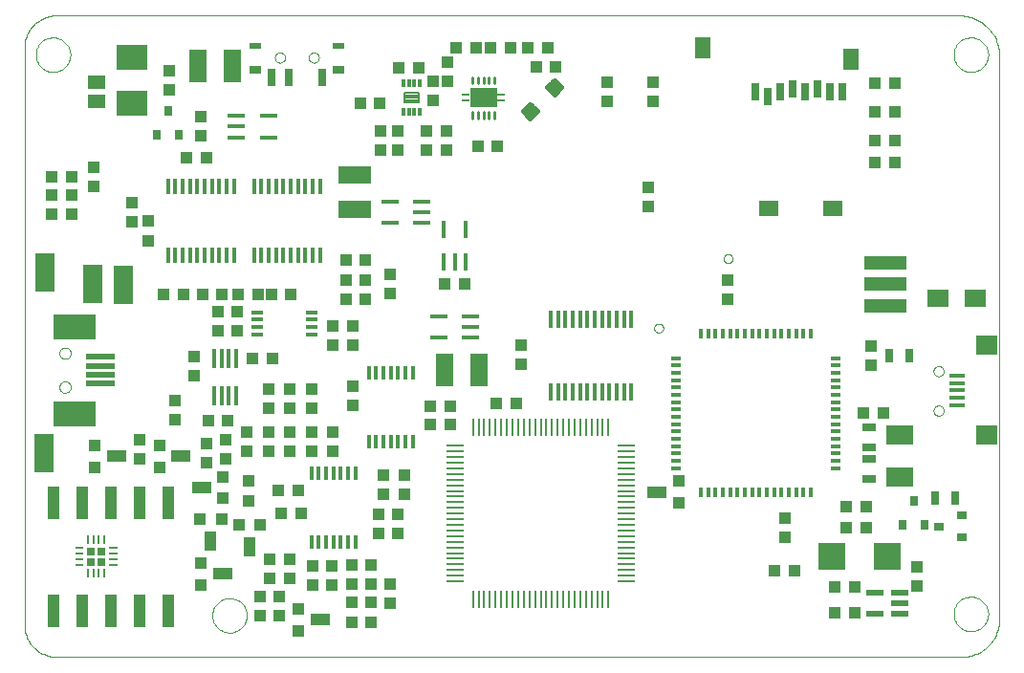
<source format=gtp>
G75*
%MOIN*%
%OFA0B0*%
%FSLAX24Y24*%
%IPPOS*%
%LPD*%
%AMOC8*
5,1,8,0,0,1.08239X$1,22.5*
%
%ADD10C,0.0000*%
%ADD11R,0.0354X0.0157*%
%ADD12R,0.0157X0.0354*%
%ADD13R,0.0984X0.0217*%
%ADD14R,0.1496X0.0906*%
%ADD15R,0.0142X0.0551*%
%ADD16R,0.0394X0.0433*%
%ADD17R,0.0433X0.0394*%
%ADD18R,0.0700X0.1350*%
%ADD19R,0.0142X0.0512*%
%ADD20R,0.0400X0.0400*%
%ADD21R,0.0400X0.0700*%
%ADD22R,0.0700X0.0400*%
%ADD23R,0.0128X0.0709*%
%ADD24R,0.0402X0.0161*%
%ADD25R,0.0394X0.1181*%
%ADD26R,0.0945X0.0945*%
%ADD27R,0.0591X0.0197*%
%ADD28R,0.0118X0.0591*%
%ADD29R,0.0591X0.0157*%
%ADD30R,0.0591X0.0512*%
%ADD31R,0.1142X0.0591*%
%ADD32R,0.0591X0.1142*%
%ADD33R,0.0630X0.0106*%
%ADD34R,0.0106X0.0630*%
%ADD35R,0.0354X0.0315*%
%ADD36R,0.0315X0.0354*%
%ADD37R,0.0315X0.0472*%
%ADD38R,0.0472X0.0315*%
%ADD39R,0.0748X0.0630*%
%ADD40R,0.1100X0.0900*%
%ADD41R,0.0945X0.0669*%
%ADD42R,0.0315X0.0591*%
%ADD43R,0.0709X0.0551*%
%ADD44R,0.0551X0.0748*%
%ADD45R,0.0157X0.0591*%
%ADD46C,0.0110*%
%ADD47R,0.0945X0.0650*%
%ADD48R,0.0276X0.0110*%
%ADD49C,0.0154*%
%ADD50R,0.1500X0.0500*%
%ADD51R,0.0276X0.0591*%
%ADD52R,0.0394X0.0236*%
%ADD53R,0.0394X0.0315*%
%ADD54R,0.0118X0.0256*%
%ADD55C,0.0083*%
%ADD56C,0.0098*%
%ADD57R,0.0276X0.0276*%
%ADD58R,0.0256X0.0098*%
%ADD59R,0.0098X0.0256*%
%ADD60R,0.0551X0.0138*%
%ADD61R,0.0748X0.0709*%
D10*
X001624Y000205D02*
X033178Y000205D01*
X033249Y000207D01*
X033320Y000213D01*
X033391Y000222D01*
X033460Y000236D01*
X033530Y000253D01*
X033598Y000274D01*
X033664Y000298D01*
X033730Y000326D01*
X033793Y000358D01*
X033855Y000393D01*
X033915Y000431D01*
X033973Y000473D01*
X034029Y000518D01*
X034082Y000565D01*
X034132Y000615D01*
X034179Y000668D01*
X034224Y000724D01*
X034266Y000782D01*
X034304Y000842D01*
X034339Y000904D01*
X034371Y000967D01*
X034399Y001033D01*
X034423Y001099D01*
X034444Y001167D01*
X034461Y001237D01*
X034475Y001306D01*
X034484Y001377D01*
X034490Y001448D01*
X034492Y001519D01*
X034492Y021156D01*
X032900Y021205D02*
X032902Y021254D01*
X032908Y021302D01*
X032918Y021350D01*
X032932Y021397D01*
X032949Y021443D01*
X032970Y021487D01*
X032995Y021529D01*
X033023Y021569D01*
X033055Y021607D01*
X033089Y021642D01*
X033126Y021674D01*
X033165Y021703D01*
X033207Y021729D01*
X033251Y021751D01*
X033296Y021769D01*
X033343Y021784D01*
X033390Y021795D01*
X033439Y021802D01*
X033488Y021805D01*
X033537Y021804D01*
X033585Y021799D01*
X033634Y021790D01*
X033681Y021777D01*
X033727Y021760D01*
X033771Y021740D01*
X033814Y021716D01*
X033855Y021689D01*
X033893Y021658D01*
X033929Y021625D01*
X033961Y021589D01*
X033991Y021550D01*
X034018Y021509D01*
X034041Y021465D01*
X034060Y021420D01*
X034076Y021374D01*
X034088Y021327D01*
X034096Y021278D01*
X034100Y021229D01*
X034100Y021181D01*
X034096Y021132D01*
X034088Y021083D01*
X034076Y021036D01*
X034060Y020990D01*
X034041Y020945D01*
X034018Y020901D01*
X033991Y020860D01*
X033961Y020821D01*
X033929Y020785D01*
X033893Y020752D01*
X033855Y020721D01*
X033814Y020694D01*
X033771Y020670D01*
X033727Y020650D01*
X033681Y020633D01*
X033634Y020620D01*
X033585Y020611D01*
X033537Y020606D01*
X033488Y020605D01*
X033439Y020608D01*
X033390Y020615D01*
X033343Y020626D01*
X033296Y020641D01*
X033251Y020659D01*
X033207Y020681D01*
X033165Y020707D01*
X033126Y020736D01*
X033089Y020768D01*
X033055Y020803D01*
X033023Y020841D01*
X032995Y020881D01*
X032970Y020923D01*
X032949Y020967D01*
X032932Y021013D01*
X032918Y021060D01*
X032908Y021108D01*
X032902Y021156D01*
X032900Y021205D01*
X033073Y022575D02*
X033147Y022573D01*
X033221Y022567D01*
X033295Y022558D01*
X033368Y022544D01*
X033440Y022527D01*
X033511Y022506D01*
X033582Y022481D01*
X033650Y022452D01*
X033717Y022420D01*
X033783Y022385D01*
X033846Y022346D01*
X033907Y022304D01*
X033966Y022259D01*
X034022Y022211D01*
X034076Y022159D01*
X034128Y022105D01*
X034176Y022049D01*
X034221Y021990D01*
X034263Y021929D01*
X034302Y021866D01*
X034337Y021800D01*
X034369Y021733D01*
X034398Y021665D01*
X034423Y021594D01*
X034444Y021523D01*
X034461Y021451D01*
X034475Y021378D01*
X034484Y021304D01*
X034490Y021230D01*
X034492Y021156D01*
X033073Y022575D02*
X001617Y022575D01*
X001552Y022573D01*
X001487Y022567D01*
X001423Y022558D01*
X001359Y022545D01*
X001297Y022528D01*
X001235Y022508D01*
X001175Y022484D01*
X001116Y022456D01*
X001059Y022425D01*
X001003Y022391D01*
X000950Y022354D01*
X000899Y022314D01*
X000850Y022270D01*
X000805Y022225D01*
X000761Y022176D01*
X000721Y022125D01*
X000684Y022072D01*
X000650Y022017D01*
X000619Y021959D01*
X000591Y021900D01*
X000567Y021840D01*
X000547Y021778D01*
X000530Y021716D01*
X000517Y021652D01*
X000508Y021588D01*
X000502Y021523D01*
X000500Y021458D01*
X000500Y001329D01*
X000502Y001264D01*
X000508Y001199D01*
X000517Y001134D01*
X000530Y001070D01*
X000547Y001007D01*
X000568Y000945D01*
X000592Y000884D01*
X000620Y000825D01*
X000651Y000767D01*
X000685Y000711D01*
X000722Y000658D01*
X000763Y000607D01*
X000806Y000558D01*
X000853Y000511D01*
X000902Y000468D01*
X000953Y000427D01*
X001006Y000390D01*
X001062Y000356D01*
X001120Y000325D01*
X001179Y000297D01*
X001240Y000273D01*
X001302Y000252D01*
X001365Y000235D01*
X001429Y000222D01*
X001494Y000213D01*
X001559Y000207D01*
X001624Y000205D01*
X007050Y001655D02*
X007052Y001704D01*
X007058Y001752D01*
X007068Y001800D01*
X007082Y001847D01*
X007099Y001893D01*
X007120Y001937D01*
X007145Y001979D01*
X007173Y002019D01*
X007205Y002057D01*
X007239Y002092D01*
X007276Y002124D01*
X007315Y002153D01*
X007357Y002179D01*
X007401Y002201D01*
X007446Y002219D01*
X007493Y002234D01*
X007540Y002245D01*
X007589Y002252D01*
X007638Y002255D01*
X007687Y002254D01*
X007735Y002249D01*
X007784Y002240D01*
X007831Y002227D01*
X007877Y002210D01*
X007921Y002190D01*
X007964Y002166D01*
X008005Y002139D01*
X008043Y002108D01*
X008079Y002075D01*
X008111Y002039D01*
X008141Y002000D01*
X008168Y001959D01*
X008191Y001915D01*
X008210Y001870D01*
X008226Y001824D01*
X008238Y001777D01*
X008246Y001728D01*
X008250Y001679D01*
X008250Y001631D01*
X008246Y001582D01*
X008238Y001533D01*
X008226Y001486D01*
X008210Y001440D01*
X008191Y001395D01*
X008168Y001351D01*
X008141Y001310D01*
X008111Y001271D01*
X008079Y001235D01*
X008043Y001202D01*
X008005Y001171D01*
X007964Y001144D01*
X007921Y001120D01*
X007877Y001100D01*
X007831Y001083D01*
X007784Y001070D01*
X007735Y001061D01*
X007687Y001056D01*
X007638Y001055D01*
X007589Y001058D01*
X007540Y001065D01*
X007493Y001076D01*
X007446Y001091D01*
X007401Y001109D01*
X007357Y001131D01*
X007315Y001157D01*
X007276Y001186D01*
X007239Y001218D01*
X007205Y001253D01*
X007173Y001291D01*
X007145Y001331D01*
X007120Y001373D01*
X007099Y001417D01*
X007082Y001463D01*
X007068Y001510D01*
X007058Y001558D01*
X007052Y001606D01*
X007050Y001655D01*
X001720Y009614D02*
X001722Y009641D01*
X001728Y009668D01*
X001737Y009694D01*
X001750Y009718D01*
X001766Y009741D01*
X001785Y009760D01*
X001807Y009777D01*
X001831Y009791D01*
X001856Y009801D01*
X001883Y009808D01*
X001910Y009811D01*
X001938Y009810D01*
X001965Y009805D01*
X001991Y009797D01*
X002015Y009785D01*
X002038Y009769D01*
X002059Y009751D01*
X002076Y009730D01*
X002091Y009706D01*
X002102Y009681D01*
X002110Y009655D01*
X002114Y009628D01*
X002114Y009600D01*
X002110Y009573D01*
X002102Y009547D01*
X002091Y009522D01*
X002076Y009498D01*
X002059Y009477D01*
X002038Y009459D01*
X002016Y009443D01*
X001991Y009431D01*
X001965Y009423D01*
X001938Y009418D01*
X001910Y009417D01*
X001883Y009420D01*
X001856Y009427D01*
X001831Y009437D01*
X001807Y009451D01*
X001785Y009468D01*
X001766Y009487D01*
X001750Y009510D01*
X001737Y009534D01*
X001728Y009560D01*
X001722Y009587D01*
X001720Y009614D01*
X001720Y010796D02*
X001722Y010823D01*
X001728Y010850D01*
X001737Y010876D01*
X001750Y010900D01*
X001766Y010923D01*
X001785Y010942D01*
X001807Y010959D01*
X001831Y010973D01*
X001856Y010983D01*
X001883Y010990D01*
X001910Y010993D01*
X001938Y010992D01*
X001965Y010987D01*
X001991Y010979D01*
X002015Y010967D01*
X002038Y010951D01*
X002059Y010933D01*
X002076Y010912D01*
X002091Y010888D01*
X002102Y010863D01*
X002110Y010837D01*
X002114Y010810D01*
X002114Y010782D01*
X002110Y010755D01*
X002102Y010729D01*
X002091Y010704D01*
X002076Y010680D01*
X002059Y010659D01*
X002038Y010641D01*
X002016Y010625D01*
X001991Y010613D01*
X001965Y010605D01*
X001938Y010600D01*
X001910Y010599D01*
X001883Y010602D01*
X001856Y010609D01*
X001831Y010619D01*
X001807Y010633D01*
X001785Y010650D01*
X001766Y010669D01*
X001750Y010692D01*
X001737Y010716D01*
X001728Y010742D01*
X001722Y010769D01*
X001720Y010796D01*
X000900Y021205D02*
X000902Y021254D01*
X000908Y021302D01*
X000918Y021350D01*
X000932Y021397D01*
X000949Y021443D01*
X000970Y021487D01*
X000995Y021529D01*
X001023Y021569D01*
X001055Y021607D01*
X001089Y021642D01*
X001126Y021674D01*
X001165Y021703D01*
X001207Y021729D01*
X001251Y021751D01*
X001296Y021769D01*
X001343Y021784D01*
X001390Y021795D01*
X001439Y021802D01*
X001488Y021805D01*
X001537Y021804D01*
X001585Y021799D01*
X001634Y021790D01*
X001681Y021777D01*
X001727Y021760D01*
X001771Y021740D01*
X001814Y021716D01*
X001855Y021689D01*
X001893Y021658D01*
X001929Y021625D01*
X001961Y021589D01*
X001991Y021550D01*
X002018Y021509D01*
X002041Y021465D01*
X002060Y021420D01*
X002076Y021374D01*
X002088Y021327D01*
X002096Y021278D01*
X002100Y021229D01*
X002100Y021181D01*
X002096Y021132D01*
X002088Y021083D01*
X002076Y021036D01*
X002060Y020990D01*
X002041Y020945D01*
X002018Y020901D01*
X001991Y020860D01*
X001961Y020821D01*
X001929Y020785D01*
X001893Y020752D01*
X001855Y020721D01*
X001814Y020694D01*
X001771Y020670D01*
X001727Y020650D01*
X001681Y020633D01*
X001634Y020620D01*
X001585Y020611D01*
X001537Y020606D01*
X001488Y020605D01*
X001439Y020608D01*
X001390Y020615D01*
X001343Y020626D01*
X001296Y020641D01*
X001251Y020659D01*
X001207Y020681D01*
X001165Y020707D01*
X001126Y020736D01*
X001089Y020768D01*
X001055Y020803D01*
X001023Y020841D01*
X000995Y020881D01*
X000970Y020923D01*
X000949Y020967D01*
X000932Y021013D01*
X000918Y021060D01*
X000908Y021108D01*
X000902Y021156D01*
X000900Y021205D01*
X009232Y021105D02*
X009234Y021131D01*
X009240Y021157D01*
X009250Y021182D01*
X009263Y021205D01*
X009279Y021225D01*
X009299Y021243D01*
X009321Y021258D01*
X009344Y021270D01*
X009370Y021278D01*
X009396Y021282D01*
X009422Y021282D01*
X009448Y021278D01*
X009474Y021270D01*
X009498Y021258D01*
X009519Y021243D01*
X009539Y021225D01*
X009555Y021205D01*
X009568Y021182D01*
X009578Y021157D01*
X009584Y021131D01*
X009586Y021105D01*
X009584Y021079D01*
X009578Y021053D01*
X009568Y021028D01*
X009555Y021005D01*
X009539Y020985D01*
X009519Y020967D01*
X009497Y020952D01*
X009474Y020940D01*
X009448Y020932D01*
X009422Y020928D01*
X009396Y020928D01*
X009370Y020932D01*
X009344Y020940D01*
X009320Y020952D01*
X009299Y020967D01*
X009279Y020985D01*
X009263Y021005D01*
X009250Y021028D01*
X009240Y021053D01*
X009234Y021079D01*
X009232Y021105D01*
X010414Y021105D02*
X010416Y021131D01*
X010422Y021157D01*
X010432Y021182D01*
X010445Y021205D01*
X010461Y021225D01*
X010481Y021243D01*
X010503Y021258D01*
X010526Y021270D01*
X010552Y021278D01*
X010578Y021282D01*
X010604Y021282D01*
X010630Y021278D01*
X010656Y021270D01*
X010680Y021258D01*
X010701Y021243D01*
X010721Y021225D01*
X010737Y021205D01*
X010750Y021182D01*
X010760Y021157D01*
X010766Y021131D01*
X010768Y021105D01*
X010766Y021079D01*
X010760Y021053D01*
X010750Y021028D01*
X010737Y021005D01*
X010721Y020985D01*
X010701Y020967D01*
X010679Y020952D01*
X010656Y020940D01*
X010630Y020932D01*
X010604Y020928D01*
X010578Y020928D01*
X010552Y020932D01*
X010526Y020940D01*
X010502Y020952D01*
X010481Y020967D01*
X010461Y020985D01*
X010445Y021005D01*
X010432Y021028D01*
X010422Y021053D01*
X010416Y021079D01*
X010414Y021105D01*
X024877Y014091D02*
X024879Y014116D01*
X024885Y014140D01*
X024894Y014162D01*
X024907Y014183D01*
X024923Y014202D01*
X024942Y014218D01*
X024963Y014231D01*
X024985Y014240D01*
X025009Y014246D01*
X025034Y014248D01*
X025059Y014246D01*
X025083Y014240D01*
X025105Y014231D01*
X025126Y014218D01*
X025145Y014202D01*
X025161Y014183D01*
X025174Y014162D01*
X025183Y014140D01*
X025189Y014116D01*
X025191Y014091D01*
X025189Y014066D01*
X025183Y014042D01*
X025174Y014020D01*
X025161Y013999D01*
X025145Y013980D01*
X025126Y013964D01*
X025105Y013951D01*
X025083Y013942D01*
X025059Y013936D01*
X025034Y013934D01*
X025009Y013936D01*
X024985Y013942D01*
X024963Y013951D01*
X024942Y013964D01*
X024923Y013980D01*
X024907Y013999D01*
X024894Y014020D01*
X024885Y014042D01*
X024879Y014066D01*
X024877Y014091D01*
X022457Y011671D02*
X022459Y011696D01*
X022465Y011720D01*
X022474Y011742D01*
X022487Y011763D01*
X022503Y011782D01*
X022522Y011798D01*
X022543Y011811D01*
X022565Y011820D01*
X022589Y011826D01*
X022614Y011828D01*
X022639Y011826D01*
X022663Y011820D01*
X022685Y011811D01*
X022706Y011798D01*
X022725Y011782D01*
X022741Y011763D01*
X022754Y011742D01*
X022763Y011720D01*
X022769Y011696D01*
X022771Y011671D01*
X022769Y011646D01*
X022763Y011622D01*
X022754Y011600D01*
X022741Y011579D01*
X022725Y011560D01*
X022706Y011544D01*
X022685Y011531D01*
X022663Y011522D01*
X022639Y011516D01*
X022614Y011514D01*
X022589Y011516D01*
X022565Y011522D01*
X022543Y011531D01*
X022522Y011544D01*
X022503Y011560D01*
X022487Y011579D01*
X022474Y011600D01*
X022465Y011622D01*
X022459Y011646D01*
X022457Y011671D01*
X032193Y010172D02*
X032195Y010198D01*
X032201Y010224D01*
X032211Y010249D01*
X032224Y010272D01*
X032240Y010292D01*
X032260Y010310D01*
X032282Y010325D01*
X032305Y010337D01*
X032331Y010345D01*
X032357Y010349D01*
X032383Y010349D01*
X032409Y010345D01*
X032435Y010337D01*
X032459Y010325D01*
X032480Y010310D01*
X032500Y010292D01*
X032516Y010272D01*
X032529Y010249D01*
X032539Y010224D01*
X032545Y010198D01*
X032547Y010172D01*
X032545Y010146D01*
X032539Y010120D01*
X032529Y010095D01*
X032516Y010072D01*
X032500Y010052D01*
X032480Y010034D01*
X032458Y010019D01*
X032435Y010007D01*
X032409Y009999D01*
X032383Y009995D01*
X032357Y009995D01*
X032331Y009999D01*
X032305Y010007D01*
X032281Y010019D01*
X032260Y010034D01*
X032240Y010052D01*
X032224Y010072D01*
X032211Y010095D01*
X032201Y010120D01*
X032195Y010146D01*
X032193Y010172D01*
X032193Y008794D02*
X032195Y008820D01*
X032201Y008846D01*
X032211Y008871D01*
X032224Y008894D01*
X032240Y008914D01*
X032260Y008932D01*
X032282Y008947D01*
X032305Y008959D01*
X032331Y008967D01*
X032357Y008971D01*
X032383Y008971D01*
X032409Y008967D01*
X032435Y008959D01*
X032459Y008947D01*
X032480Y008932D01*
X032500Y008914D01*
X032516Y008894D01*
X032529Y008871D01*
X032539Y008846D01*
X032545Y008820D01*
X032547Y008794D01*
X032545Y008768D01*
X032539Y008742D01*
X032529Y008717D01*
X032516Y008694D01*
X032500Y008674D01*
X032480Y008656D01*
X032458Y008641D01*
X032435Y008629D01*
X032409Y008621D01*
X032383Y008617D01*
X032357Y008617D01*
X032331Y008621D01*
X032305Y008629D01*
X032281Y008641D01*
X032260Y008656D01*
X032240Y008674D01*
X032224Y008694D01*
X032211Y008717D01*
X032201Y008742D01*
X032195Y008768D01*
X032193Y008794D01*
X032900Y001705D02*
X032902Y001754D01*
X032908Y001802D01*
X032918Y001850D01*
X032932Y001897D01*
X032949Y001943D01*
X032970Y001987D01*
X032995Y002029D01*
X033023Y002069D01*
X033055Y002107D01*
X033089Y002142D01*
X033126Y002174D01*
X033165Y002203D01*
X033207Y002229D01*
X033251Y002251D01*
X033296Y002269D01*
X033343Y002284D01*
X033390Y002295D01*
X033439Y002302D01*
X033488Y002305D01*
X033537Y002304D01*
X033585Y002299D01*
X033634Y002290D01*
X033681Y002277D01*
X033727Y002260D01*
X033771Y002240D01*
X033814Y002216D01*
X033855Y002189D01*
X033893Y002158D01*
X033929Y002125D01*
X033961Y002089D01*
X033991Y002050D01*
X034018Y002009D01*
X034041Y001965D01*
X034060Y001920D01*
X034076Y001874D01*
X034088Y001827D01*
X034096Y001778D01*
X034100Y001729D01*
X034100Y001681D01*
X034096Y001632D01*
X034088Y001583D01*
X034076Y001536D01*
X034060Y001490D01*
X034041Y001445D01*
X034018Y001401D01*
X033991Y001360D01*
X033961Y001321D01*
X033929Y001285D01*
X033893Y001252D01*
X033855Y001221D01*
X033814Y001194D01*
X033771Y001170D01*
X033727Y001150D01*
X033681Y001133D01*
X033634Y001120D01*
X033585Y001111D01*
X033537Y001106D01*
X033488Y001105D01*
X033439Y001108D01*
X033390Y001115D01*
X033343Y001126D01*
X033296Y001141D01*
X033251Y001159D01*
X033207Y001181D01*
X033165Y001207D01*
X033126Y001236D01*
X033089Y001268D01*
X033055Y001303D01*
X033023Y001341D01*
X032995Y001381D01*
X032970Y001423D01*
X032949Y001467D01*
X032932Y001513D01*
X032918Y001560D01*
X032908Y001608D01*
X032902Y001656D01*
X032900Y001705D01*
D11*
X028776Y006786D03*
X028776Y007042D03*
X028776Y007298D03*
X028776Y007553D03*
X028776Y007809D03*
X028776Y008065D03*
X028776Y008321D03*
X028776Y008577D03*
X028776Y008833D03*
X028776Y009089D03*
X028776Y009345D03*
X028776Y009601D03*
X028776Y009857D03*
X028776Y010112D03*
X028776Y010368D03*
X028776Y010624D03*
X023224Y010624D03*
X023224Y010368D03*
X023224Y010112D03*
X023224Y009857D03*
X023224Y009601D03*
X023224Y009345D03*
X023224Y009089D03*
X023224Y008833D03*
X023224Y008577D03*
X023224Y008321D03*
X023224Y008065D03*
X023224Y007809D03*
X023224Y007553D03*
X023224Y007298D03*
X023224Y007042D03*
X023224Y006786D03*
D12*
X024081Y005929D03*
X024337Y005929D03*
X024593Y005929D03*
X024848Y005929D03*
X025104Y005929D03*
X025360Y005929D03*
X025616Y005929D03*
X025872Y005929D03*
X026128Y005929D03*
X026384Y005929D03*
X026640Y005929D03*
X026896Y005929D03*
X027152Y005929D03*
X027407Y005929D03*
X027663Y005929D03*
X027919Y005929D03*
X027919Y011481D03*
X027663Y011481D03*
X027407Y011481D03*
X027152Y011481D03*
X026896Y011481D03*
X026640Y011481D03*
X026384Y011481D03*
X026128Y011481D03*
X025872Y011481D03*
X025616Y011481D03*
X025360Y011481D03*
X025104Y011481D03*
X024848Y011481D03*
X024593Y011481D03*
X024337Y011481D03*
X024081Y011481D03*
D13*
X003157Y010677D03*
X003157Y010362D03*
X003157Y010048D03*
X003157Y009733D03*
D14*
X002252Y008689D03*
X002252Y011721D03*
D15*
X005500Y014205D03*
X005756Y014205D03*
X006012Y014205D03*
X006268Y014205D03*
X006524Y014205D03*
X006780Y014205D03*
X007035Y014205D03*
X007291Y014205D03*
X007547Y014205D03*
X007803Y014205D03*
X008500Y014205D03*
X008756Y014205D03*
X009012Y014205D03*
X009268Y014205D03*
X009524Y014205D03*
X009780Y014205D03*
X010035Y014205D03*
X010291Y014205D03*
X010547Y014205D03*
X010803Y014205D03*
X010803Y016605D03*
X010547Y016605D03*
X010291Y016605D03*
X010035Y016605D03*
X009780Y016605D03*
X009524Y016605D03*
X009268Y016605D03*
X009012Y016605D03*
X008756Y016605D03*
X008500Y016605D03*
X007803Y016605D03*
X007547Y016605D03*
X007291Y016605D03*
X007035Y016605D03*
X006780Y016605D03*
X006524Y016605D03*
X006268Y016605D03*
X006012Y016605D03*
X005756Y016605D03*
X005500Y016605D03*
D16*
X006165Y017605D03*
X006835Y017605D03*
X002135Y016955D03*
X001465Y016955D03*
X001465Y016305D03*
X002135Y016305D03*
X002135Y015655D03*
X001465Y015655D03*
X005365Y012855D03*
X006035Y012855D03*
X006715Y012855D03*
X007385Y012855D03*
X007965Y012855D03*
X008635Y012855D03*
X009115Y012855D03*
X009785Y012855D03*
X011713Y012690D03*
X012382Y012690D03*
X012385Y013355D03*
X011715Y013355D03*
X011715Y014055D03*
X012385Y014055D03*
X015165Y013205D03*
X015835Y013205D03*
X015335Y008955D03*
X014665Y008955D03*
X014665Y008305D03*
X015335Y008305D03*
X016965Y009055D03*
X017635Y009055D03*
X010035Y006005D03*
X009365Y006005D03*
X009465Y005205D03*
X010135Y005205D03*
X009735Y003605D03*
X009065Y003605D03*
X009065Y002955D03*
X009735Y002955D03*
X009385Y002305D03*
X008715Y002305D03*
X008715Y001655D03*
X009385Y001655D03*
X011915Y001405D03*
X012585Y001405D03*
X012585Y002105D03*
X011915Y002105D03*
X011915Y002755D03*
X011915Y003405D03*
X012585Y003405D03*
X012585Y002755D03*
X007585Y008455D03*
X006915Y008455D03*
X008465Y010605D03*
X009135Y010605D03*
X012900Y017870D03*
X012900Y018540D03*
X014750Y019620D03*
X014750Y020290D03*
X014235Y020755D03*
X013565Y020755D03*
X015200Y018540D03*
X015200Y017870D03*
X016765Y021455D03*
X017435Y021455D03*
X018065Y021455D03*
X018735Y021455D03*
X030165Y020205D03*
X030835Y020205D03*
X030835Y019205D03*
X030165Y019205D03*
X030165Y018205D03*
X030835Y018205D03*
X030835Y017455D03*
X030165Y017455D03*
X030000Y011040D03*
X030000Y010370D03*
X029765Y008705D03*
X030435Y008705D03*
X029835Y005455D03*
X029165Y005455D03*
X029165Y004705D03*
X029835Y004705D03*
X027335Y003205D03*
X026665Y003205D03*
X028765Y002655D03*
X029435Y002655D03*
X029435Y001755D03*
X028765Y001755D03*
D17*
X031600Y002670D03*
X031600Y003340D03*
X027000Y004370D03*
X027000Y005040D03*
X017800Y010420D03*
X017800Y011090D03*
X013250Y012870D03*
X013250Y013540D03*
X011953Y011743D03*
X011250Y011740D03*
X011250Y011070D03*
X011953Y011074D03*
X011950Y009640D03*
X011950Y008970D03*
X011250Y008040D03*
X010500Y008040D03*
X009750Y008040D03*
X009000Y008040D03*
X008250Y008040D03*
X007500Y007790D03*
X006850Y007640D03*
X007500Y007120D03*
X006850Y006970D03*
X008250Y007370D03*
X009000Y007370D03*
X009750Y007370D03*
X010500Y007370D03*
X011250Y007370D03*
X013000Y006540D03*
X013750Y006540D03*
X013750Y005870D03*
X013000Y005870D03*
X012850Y005190D03*
X013500Y005190D03*
X013500Y004520D03*
X012850Y004520D03*
X011200Y003390D03*
X010550Y003390D03*
X010550Y002720D03*
X011200Y002720D03*
X013250Y002740D03*
X013250Y002070D03*
X008329Y005660D03*
X008329Y006329D03*
X005750Y008470D03*
X005750Y009140D03*
X006400Y010020D03*
X006400Y010690D03*
X007250Y011570D03*
X007900Y011570D03*
X007900Y012240D03*
X007250Y012240D03*
X004831Y014728D03*
X004831Y015398D03*
X004250Y015370D03*
X004250Y016040D03*
X002900Y016620D03*
X002900Y017290D03*
X006650Y018370D03*
X006650Y019040D03*
X005550Y019970D03*
X005550Y020640D03*
X012215Y019505D03*
X012885Y019505D03*
X013500Y018540D03*
X013500Y017870D03*
X014500Y017870D03*
X014500Y018540D03*
X016315Y018005D03*
X016985Y018005D03*
X015250Y020270D03*
X015250Y020940D03*
X015565Y021455D03*
X016235Y021455D03*
X018341Y020788D03*
X019011Y020788D03*
X020800Y020240D03*
X020800Y019570D03*
X022400Y019570D03*
X022400Y020240D03*
X022250Y016590D03*
X022250Y015920D03*
X025007Y013354D03*
X025007Y012685D03*
X010500Y009540D03*
X009750Y009540D03*
X009000Y009540D03*
X009000Y008870D03*
X009750Y008870D03*
X010500Y008870D03*
X004500Y007790D03*
X004500Y007120D03*
D18*
X001176Y007327D03*
X002895Y013205D03*
X003946Y013192D03*
X001201Y013602D03*
D19*
X010500Y006605D03*
X010756Y006605D03*
X011012Y006605D03*
X011268Y006605D03*
X011524Y006605D03*
X011780Y006605D03*
X012035Y006605D03*
X012500Y007705D03*
X012756Y007705D03*
X013012Y007705D03*
X013268Y007705D03*
X013524Y007705D03*
X013780Y007705D03*
X014035Y007705D03*
X014035Y010105D03*
X013780Y010105D03*
X013524Y010105D03*
X013268Y010105D03*
X013012Y010105D03*
X012756Y010105D03*
X012500Y010105D03*
X012035Y004205D03*
X011780Y004205D03*
X011524Y004205D03*
X011268Y004205D03*
X011012Y004205D03*
X010756Y004205D03*
X010500Y004205D03*
D20*
X008720Y004805D03*
X007970Y004805D03*
X007370Y005005D03*
X006620Y005005D03*
X007421Y005735D03*
X007421Y006485D03*
X005200Y006825D03*
X005200Y007575D03*
X002950Y007575D03*
X002950Y006825D03*
X006650Y003475D03*
X006650Y002725D03*
X010050Y001875D03*
X010050Y001125D03*
X023300Y005585D03*
X023300Y006335D03*
D21*
X008345Y004055D03*
X006995Y004255D03*
D22*
X007400Y003100D03*
X010800Y001500D03*
X006671Y006110D03*
X005950Y007200D03*
X003700Y007200D03*
X022550Y005960D03*
D23*
X007884Y009305D03*
X007628Y009305D03*
X007372Y009305D03*
X007116Y009305D03*
X007116Y010605D03*
X007372Y010605D03*
X007628Y010605D03*
X007884Y010605D03*
D24*
X008610Y011455D03*
X008610Y011711D03*
X008610Y011967D03*
X008610Y012223D03*
X010500Y012223D03*
X010500Y011967D03*
X010500Y011711D03*
X010500Y011455D03*
D25*
X005500Y005587D03*
X004500Y005587D03*
X003500Y005587D03*
X002500Y005587D03*
X001500Y005587D03*
X001500Y001823D03*
X002500Y001823D03*
X003500Y001823D03*
X004500Y001823D03*
X005500Y001823D03*
D26*
X028650Y003705D03*
X030579Y003705D03*
D27*
X031000Y002453D03*
X031000Y002079D03*
X031000Y001705D03*
X030134Y001705D03*
X030134Y002453D03*
D28*
X021663Y009445D03*
X021407Y009445D03*
X021152Y009445D03*
X020896Y009445D03*
X020640Y009445D03*
X020384Y009445D03*
X020128Y009445D03*
X019872Y009445D03*
X019616Y009445D03*
X019360Y009445D03*
X019104Y009445D03*
X018848Y009445D03*
X018848Y011965D03*
X019104Y011965D03*
X019360Y011965D03*
X019616Y011965D03*
X019872Y011965D03*
X020128Y011965D03*
X020384Y011965D03*
X020640Y011965D03*
X020896Y011965D03*
X021152Y011965D03*
X021407Y011965D03*
X021663Y011965D03*
D29*
X016060Y012083D03*
X016060Y011709D03*
X016060Y011335D03*
X014938Y011335D03*
X014938Y012083D03*
X014360Y015335D03*
X014360Y015709D03*
X014360Y016083D03*
X013238Y016083D03*
X013238Y015335D03*
X009012Y018327D03*
X009012Y019075D03*
X007890Y019075D03*
X007890Y018701D03*
X007890Y018327D03*
D30*
X003000Y019570D03*
X003000Y020240D03*
D31*
X012000Y016996D03*
X012000Y015814D03*
D32*
X007741Y020805D03*
X006559Y020805D03*
X015159Y010205D03*
X016341Y010205D03*
D33*
X015508Y007567D03*
X015508Y007370D03*
X015508Y007174D03*
X015508Y006977D03*
X015508Y006780D03*
X015508Y006583D03*
X015508Y006386D03*
X015508Y006189D03*
X015508Y005992D03*
X015508Y005796D03*
X015508Y005599D03*
X015508Y005402D03*
X015508Y005205D03*
X015508Y005008D03*
X015508Y004811D03*
X015508Y004614D03*
X015508Y004418D03*
X015508Y004221D03*
X015508Y004024D03*
X015508Y003827D03*
X015508Y003630D03*
X015508Y003433D03*
X015508Y003236D03*
X015508Y003040D03*
X015508Y002843D03*
X021492Y002843D03*
X021492Y003040D03*
X021492Y003236D03*
X021492Y003433D03*
X021492Y003630D03*
X021492Y003827D03*
X021492Y004024D03*
X021492Y004221D03*
X021492Y004418D03*
X021492Y004614D03*
X021492Y004811D03*
X021492Y005008D03*
X021492Y005205D03*
X021492Y005402D03*
X021492Y005599D03*
X021492Y005796D03*
X021492Y005992D03*
X021492Y006189D03*
X021492Y006386D03*
X021492Y006583D03*
X021492Y006780D03*
X021492Y006977D03*
X021492Y007174D03*
X021492Y007370D03*
X021492Y007567D03*
D34*
X020862Y008197D03*
X020665Y008197D03*
X020469Y008197D03*
X020272Y008197D03*
X020075Y008197D03*
X019878Y008197D03*
X019681Y008197D03*
X019484Y008197D03*
X019287Y008197D03*
X019091Y008197D03*
X018894Y008197D03*
X018697Y008197D03*
X018500Y008197D03*
X018303Y008197D03*
X018106Y008197D03*
X017909Y008197D03*
X017713Y008197D03*
X017516Y008197D03*
X017319Y008197D03*
X017122Y008197D03*
X016925Y008197D03*
X016728Y008197D03*
X016531Y008197D03*
X016335Y008197D03*
X016138Y008197D03*
X016138Y002213D03*
X016335Y002213D03*
X016531Y002213D03*
X016728Y002213D03*
X016925Y002213D03*
X017122Y002213D03*
X017319Y002213D03*
X017516Y002213D03*
X017713Y002213D03*
X017909Y002213D03*
X018106Y002213D03*
X018303Y002213D03*
X018500Y002213D03*
X018697Y002213D03*
X018894Y002213D03*
X019091Y002213D03*
X019287Y002213D03*
X019484Y002213D03*
X019681Y002213D03*
X019878Y002213D03*
X020075Y002213D03*
X020272Y002213D03*
X020469Y002213D03*
X020665Y002213D03*
X020862Y002213D03*
D35*
X032367Y004755D03*
X033194Y004381D03*
X033194Y005129D03*
D36*
X031874Y004811D03*
X031126Y004811D03*
X031500Y005638D03*
X005874Y018411D03*
X005126Y018411D03*
X005500Y019238D03*
D37*
X030646Y010705D03*
X031354Y010705D03*
X032246Y005755D03*
X032954Y005755D03*
D38*
X029950Y006401D03*
X029950Y007109D03*
X029950Y007501D03*
X029950Y008209D03*
D39*
X032350Y012705D03*
X033650Y012705D03*
D40*
X004250Y019499D03*
X004250Y021111D03*
D41*
X031000Y007933D03*
X031000Y006477D03*
D42*
X026413Y019760D03*
X026846Y019918D03*
X027280Y019996D03*
X027713Y019918D03*
X028146Y019996D03*
X028579Y019918D03*
X029012Y019918D03*
X025980Y019918D03*
D43*
X026449Y015862D03*
X028693Y015862D03*
D44*
X029323Y021040D03*
X024146Y021433D03*
D45*
X015878Y015117D03*
X015130Y015117D03*
X015130Y013995D03*
X015504Y013995D03*
X015878Y013995D03*
D46*
X016106Y018985D02*
X016106Y019209D01*
X016303Y019209D02*
X016303Y018985D01*
X016500Y018985D02*
X016500Y019209D01*
X016697Y019209D02*
X016697Y018985D01*
X016894Y018985D02*
X016894Y019209D01*
X016894Y020201D02*
X016894Y020425D01*
X016697Y020425D02*
X016697Y020201D01*
X016500Y020201D02*
X016500Y020425D01*
X016303Y020425D02*
X016303Y020201D01*
X016106Y020201D02*
X016106Y020425D01*
D47*
X016500Y019705D03*
D48*
X015890Y019607D03*
X015890Y019803D03*
X017110Y019803D03*
X017110Y019607D03*
D49*
X017879Y019237D02*
X018132Y019490D01*
X018385Y019237D01*
X018132Y018984D01*
X017879Y019237D01*
X017979Y019137D02*
X018285Y019137D01*
X018332Y019290D02*
X017932Y019290D01*
X018085Y019443D02*
X018179Y019443D01*
X018968Y020326D02*
X019221Y020073D01*
X018968Y019820D01*
X018715Y020073D01*
X018968Y020326D01*
X019121Y019973D02*
X018815Y019973D01*
X018768Y020126D02*
X019168Y020126D01*
X019015Y020279D02*
X018921Y020279D01*
D50*
X030500Y013955D03*
X030500Y013205D03*
X030500Y012455D03*
D51*
X010886Y020416D03*
X009705Y020416D03*
X009114Y020416D03*
D52*
X008563Y021499D03*
X011437Y021499D03*
D53*
X011437Y020672D03*
X008563Y020672D03*
D54*
X013705Y020197D03*
X013902Y020197D03*
X014098Y020197D03*
X014295Y020197D03*
X014295Y019213D03*
X014098Y019213D03*
X013902Y019213D03*
X013705Y019213D03*
D55*
X014244Y019540D02*
X014244Y019870D01*
X014244Y019540D02*
X013756Y019540D01*
X013756Y019870D01*
X014244Y019870D01*
X014244Y019622D02*
X013756Y019622D01*
X013756Y019704D02*
X014244Y019704D01*
X014244Y019786D02*
X013756Y019786D01*
X013756Y019868D02*
X014244Y019868D01*
D56*
X003295Y004177D03*
X003098Y004177D03*
X002902Y004177D03*
X002705Y004177D03*
X002528Y004000D03*
X002528Y003803D03*
X002528Y003607D03*
X002528Y003410D03*
X002705Y003233D03*
X002902Y003233D03*
X003098Y003233D03*
X003295Y003233D03*
X003472Y003410D03*
X003472Y003607D03*
X003472Y003803D03*
X003472Y004000D03*
D57*
X003177Y003882D03*
X003177Y003528D03*
X002823Y003528D03*
X002823Y003882D03*
D58*
X002400Y003803D03*
X002400Y003607D03*
X002400Y003410D03*
X002400Y004000D03*
X003600Y004000D03*
X003600Y003803D03*
X003600Y003607D03*
X003600Y003410D03*
D59*
X003295Y003105D03*
X003098Y003105D03*
X002902Y003105D03*
X002705Y003105D03*
X002705Y004305D03*
X002902Y004305D03*
X003098Y004305D03*
X003295Y004305D03*
D60*
X033007Y008993D03*
X033007Y009249D03*
X033007Y009505D03*
X033007Y009761D03*
X033007Y010017D03*
D61*
X034050Y011080D03*
X034050Y007930D03*
M02*

</source>
